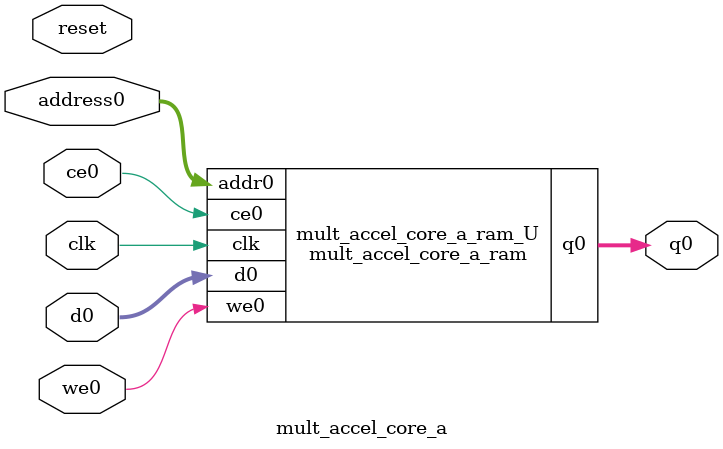
<source format=v>
`timescale 1 ns / 1 ps
module mult_accel_core_a_ram (addr0, ce0, d0, we0, q0,  clk);

parameter DWIDTH = 32;
parameter AWIDTH = 10;
parameter MEM_SIZE = 784;

input[AWIDTH-1:0] addr0;
input ce0;
input[DWIDTH-1:0] d0;
input we0;
output reg[DWIDTH-1:0] q0;
input clk;

(* ram_style = "block" *)reg [DWIDTH-1:0] ram[0:MEM_SIZE-1];




always @(posedge clk)  
begin 
    if (ce0) 
    begin
        if (we0) 
        begin 
            ram[addr0] <= d0; 
        end 
        q0 <= ram[addr0];
    end
end


endmodule

`timescale 1 ns / 1 ps
module mult_accel_core_a(
    reset,
    clk,
    address0,
    ce0,
    we0,
    d0,
    q0);

parameter DataWidth = 32'd32;
parameter AddressRange = 32'd784;
parameter AddressWidth = 32'd10;
input reset;
input clk;
input[AddressWidth - 1:0] address0;
input ce0;
input we0;
input[DataWidth - 1:0] d0;
output[DataWidth - 1:0] q0;



mult_accel_core_a_ram mult_accel_core_a_ram_U(
    .clk( clk ),
    .addr0( address0 ),
    .ce0( ce0 ),
    .we0( we0 ),
    .d0( d0 ),
    .q0( q0 ));

endmodule


</source>
